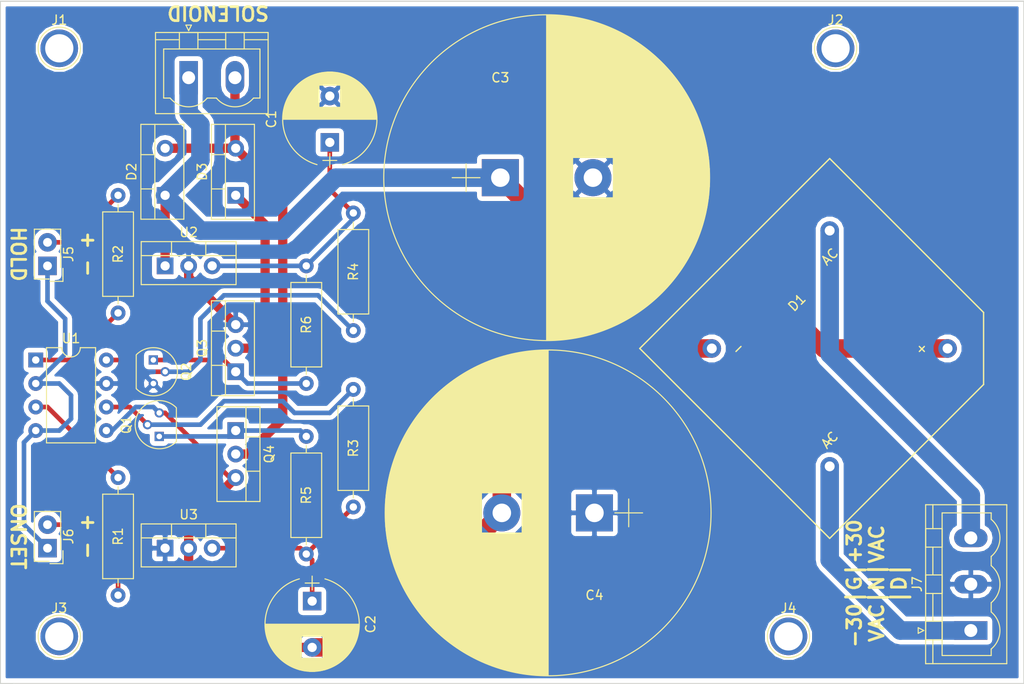
<source format=kicad_pcb>
(kicad_pcb (version 20171130) (host pcbnew 5.1.7-1.fc32)
  (layers (0 F.Cu signal) (31 B.Cu signal) (34 B.Paste user hide) (35 F.Paste user hide) (36 B.SilkS user) (37 F.SilkS user) (38 B.Mask user hide) (39 F.Mask user hide) (44 Edge.Cuts user))
  (net 0 "")
  (net 1 "Net-(C1-Pad1)")
  (net 2 GND)
  (net 3 "Net-(C2-Pad1)")
  (net 4 "Net-(C2-Pad2)")
  (net 5 "Net-(C3-Pad1)")
  (net 6 30VAC+)
  (net 7 30VAC-)
  (net 8 "Net-(D2-Pad2)")
  (net 9 "Net-(D3-Pad1)")
  (net 10 "Net-(J1-Pad1)")
  (net 11 "Net-(J2-Pad1)")
  (net 12 "Net-(J3-Pad1)")
  (net 13 "Net-(J4-Pad1)")
  (net 14 "Net-(Q1-Pad2)")
  (net 15 "Net-(Q1-Pad1)")
  (net 16 "Net-(Q2-Pad2)")
  (net 17 "Net-(Q2-Pad1)")
  (net 18 "Net-(R1-Pad1)")
  (net 19 Onset)
  (net 20 "Net-(R2-Pad1)")
  (net 21 Hold)
  (net 22 dGND)
  (module TO_SOT_Packages_THT:TO-220-2_Vertical (layer F.Cu) (at 161.29 84.455 90)
    (fp_text reference D3 (at 2.54 -3.62 90) (layer F.SilkS))
    (fp_text value STTH30R061PI)
    (pad 1 thru_hole rect (at 0 0 90) (size 1.8 1.8) (drill 1) (layers *.Cu *.Mask) (net 9 "Net-(D3-Pad1)"))
    (pad 2 thru_hole oval (at 5.08 0 90) (size 1.8 1.8) (drill 1) (layers *.Cu *.Mask) (net 8 "Net-(D2-Pad2)"))
  )
  (module GBPC-W:GBPC-W (layer F.Cu) (at 225.425 88.265 225)
    (fp_text reference D1 (at 8 -3 225) (layer F.SilkS))
    (fp_text value D_Bridge_+-AA)
    (fp_text user - (at 16 -2 225) (layer F.SilkS))
    (fp_text user AC (at 2 -2 225) (layer F.SilkS))
    (fp_text user AC (at 16 -16 225) (layer F.SilkS))
    (fp_text user ~ (at 16 -16 225) (layer F.SilkS))
    (fp_text user ~ (at 16 -16 225) (layer F.SilkS))
    (fp_text user + (at 2 -16 225) (layer F.SilkS))
    (pad 3 thru_hole circle (at 0 0 225) (size 2 2) (drill 1.07) (layers *.Cu *.Mask) (net 6 30VAC+))
    (pad 4 thru_hole circle (at 18 -18 225) (size 2 2) (drill 1.07) (layers *.Cu *.Mask) (net 7 30VAC-))
    (pad 2 thru_hole circle (at 18 0 225) (size 2 2) (drill 1.07) (layers *.Cu *.Mask) (net 4 "Net-(C2-Pad2)"))
    (pad 1 thru_hole circle (at 0 -18 225) (size 2 2) (drill 1.07) (layers *.Cu *.Mask) (net 5 "Net-(C3-Pad1)"))
  )
  (module Capacitors_THT:CP_Radial_D10.0mm_P5.00mm (layer F.Cu) (at 171.45 78.74 90)
    (fp_text reference C1 (at 2.5 -6.31 90) (layer F.SilkS))
    (fp_text value 1µF)
    (pad 1 thru_hole rect (at 0 0 90) (size 2 2) (drill 1) (layers *.Cu *.Mask) (net 1 "Net-(C1-Pad1)"))
    (pad 2 thru_hole circle (at 5 0 90) (size 2 2) (drill 1) (layers *.Cu *.Mask) (net 2 GND))
  )
  (module Capacitors_THT:CP_Radial_D10.0mm_P5.00mm (layer F.Cu) (at 169.545 128.27 270)
    (fp_text reference C2 (at 2.5 -6.31 270) (layer F.SilkS))
    (fp_text value 1µF)
    (pad 1 thru_hole rect (at 0 0 270) (size 2 2) (drill 1) (layers *.Cu *.Mask) (net 3 "Net-(C2-Pad1)"))
    (pad 2 thru_hole circle (at 5 0 270) (size 2 2) (drill 1) (layers *.Cu *.Mask) (net 4 "Net-(C2-Pad2)"))
  )
  (module Capacitors_THT:CP_Radial_D35.0mm_P10.00mm_SnapIn (layer F.Cu) (at 189.865 82.55)
    (fp_text reference C3 (at 0 -10.795) (layer F.SilkS))
    (fp_text value 4700µF)
    (pad 1 thru_hole rect (at 0 0) (size 4 4) (drill 2) (layers *.Cu *.Mask) (net 5 "Net-(C3-Pad1)"))
    (pad 2 thru_hole circle (at 10 0) (size 4 4) (drill 2) (layers *.Cu *.Mask) (net 2 GND))
  )
  (module Capacitors_THT:CP_Radial_D35.0mm_P10.00mm_SnapIn (layer F.Cu) (at 200.025 118.745 180)
    (fp_text reference C4 (at 0 -8.89 180) (layer F.SilkS))
    (fp_text value 4700µF)
    (pad 1 thru_hole rect (at 0 0 180) (size 4 4) (drill 2) (layers *.Cu *.Mask) (net 2 GND))
    (pad 2 thru_hole circle (at 10 0 180) (size 4 4) (drill 2) (layers *.Cu *.Mask) (net 4 "Net-(C2-Pad2)"))
  )
  (module TO_SOT_Packages_THT:TO-220-2_Vertical (layer F.Cu) (at 153.67 84.455 90)
    (fp_text reference D2 (at 2.54 -3.62 90) (layer F.SilkS))
    (fp_text value STTH30R061PI)
    (pad 1 thru_hole rect (at 0 0 90) (size 1.8 1.8) (drill 1) (layers *.Cu *.Mask) (net 5 "Net-(C3-Pad1)"))
    (pad 2 thru_hole oval (at 5.08 0 90) (size 1.8 1.8) (drill 1) (layers *.Cu *.Mask) (net 8 "Net-(D2-Pad2)"))
  )
  (module Connectors:1pin (layer F.Cu) (at 142.24 68.58)
    (fp_text reference J1 (at 0 -3.048) (layer F.SilkS))
    (fp_text value CONN_01X01)
    (pad 1 thru_hole circle (at 0 0) (size 4.064 4.064) (drill 3.048) (layers *.Cu *.Mask) (net 10 "Net-(J1-Pad1)"))
  )
  (module Connectors:1pin (layer F.Cu) (at 226.06 68.58)
    (fp_text reference J2 (at 0 -3.048) (layer F.SilkS))
    (fp_text value CONN_01X01)
    (pad 1 thru_hole circle (at 0 0) (size 4.064 4.064) (drill 3.048) (layers *.Cu *.Mask) (net 11 "Net-(J2-Pad1)"))
  )
  (module Connectors:1pin (layer F.Cu) (at 142.24 132.08)
    (fp_text reference J3 (at 0 -3.048) (layer F.SilkS))
    (fp_text value CONN_01X01)
    (pad 1 thru_hole circle (at 0 0) (size 4.064 4.064) (drill 3.048) (layers *.Cu *.Mask) (net 12 "Net-(J3-Pad1)"))
  )
  (module Connectors:1pin (layer F.Cu) (at 220.98 132.08)
    (fp_text reference J4 (at 0 -3.048) (layer F.SilkS))
    (fp_text value CONN_01X01)
    (pad 1 thru_hole circle (at 0 0) (size 4.064 4.064) (drill 3.048) (layers *.Cu *.Mask) (net 13 "Net-(J4-Pad1)"))
  )
  (module TO_SOT_Packages_THT:TO-92_Molded_Narrow (layer F.Cu) (at 153.035 110.49 90)
    (fp_text reference Q1 (at 1.27 -3.56 90) (layer F.SilkS))
    (fp_text value BS170)
    (pad 2 thru_hole circle (at 1.27 -1.27 180) (size 1 1) (drill 0.6) (layers *.Cu *.Mask) (net 14 "Net-(Q1-Pad2)"))
    (pad 3 thru_hole circle (at 2.54 0 180) (size 1 1) (drill 0.6) (layers *.Cu *.Mask) (net 4 "Net-(C2-Pad2)"))
    (pad 1 thru_hole rect (at 0 0 180) (size 1 1) (drill 0.6) (layers *.Cu *.Mask) (net 15 "Net-(Q1-Pad1)"))
  )
  (module TO_SOT_Packages_THT:TO-92_Molded_Narrow (layer F.Cu) (at 152.4 102.235 270)
    (fp_text reference Q2 (at 1.27 -3.56 270) (layer F.SilkS))
    (fp_text value BS170)
    (pad 2 thru_hole circle (at 1.27 -1.27) (size 1 1) (drill 0.6) (layers *.Cu *.Mask) (net 16 "Net-(Q2-Pad2)"))
    (pad 3 thru_hole circle (at 2.54 0) (size 1 1) (drill 0.6) (layers *.Cu *.Mask) (net 2 GND))
    (pad 1 thru_hole rect (at 0 0) (size 1 1) (drill 0.6) (layers *.Cu *.Mask) (net 17 "Net-(Q2-Pad1)"))
  )
  (module Resistors_THT:R_Axial_DIN0309_L9.0mm_D3.2mm_P12.70mm_Horizontal (layer F.Cu) (at 148.59 114.935 270)
    (fp_text reference R1 (at 6.35 0 270) (layer F.SilkS))
    (fp_text value 180Ω)
    (pad 1 thru_hole circle (at 0 0 270) (size 1.6 1.6) (drill 0.8) (layers *.Cu *.Mask) (net 18 "Net-(R1-Pad1)"))
    (pad 2 thru_hole oval (at 12.7 0 270) (size 1.6 1.6) (drill 0.8) (layers *.Cu *.Mask) (net 19 Onset))
  )
  (module Resistors_THT:R_Axial_DIN0309_L9.0mm_D3.2mm_P12.70mm_Horizontal (layer F.Cu) (at 148.59 97.155 90)
    (fp_text reference R2 (at 6.35 0 90) (layer F.SilkS))
    (fp_text value 180Ω)
    (pad 1 thru_hole circle (at 0 0 90) (size 1.6 1.6) (drill 0.8) (layers *.Cu *.Mask) (net 20 "Net-(R2-Pad1)"))
    (pad 2 thru_hole oval (at 12.7 0 90) (size 1.6 1.6) (drill 0.8) (layers *.Cu *.Mask) (net 21 Hold))
  )
  (module Resistors_THT:R_Axial_DIN0309_L9.0mm_D3.2mm_P12.70mm_Horizontal (layer F.Cu) (at 173.99 105.41 270)
    (fp_text reference R3 (at 6.35 0 270) (layer F.SilkS))
    (fp_text value 180Ω)
    (pad 1 thru_hole circle (at 0 0 270) (size 1.6 1.6) (drill 0.8) (layers *.Cu *.Mask) (net 14 "Net-(Q1-Pad2)"))
    (pad 2 thru_hole oval (at 12.7 0 270) (size 1.6 1.6) (drill 0.8) (layers *.Cu *.Mask) (net 3 "Net-(C2-Pad1)"))
  )
  (module Resistors_THT:R_Axial_DIN0309_L9.0mm_D3.2mm_P12.70mm_Horizontal (layer F.Cu) (at 173.99 99.06 90)
    (fp_text reference R4 (at 6.35 0 90) (layer F.SilkS))
    (fp_text value 180Ω)
    (pad 1 thru_hole circle (at 0 0 90) (size 1.6 1.6) (drill 0.8) (layers *.Cu *.Mask) (net 16 "Net-(Q2-Pad2)"))
    (pad 2 thru_hole oval (at 12.7 0 90) (size 1.6 1.6) (drill 0.8) (layers *.Cu *.Mask) (net 1 "Net-(C1-Pad1)"))
  )
  (module Resistors_THT:R_Axial_DIN0309_L9.0mm_D3.2mm_P12.70mm_Horizontal (layer F.Cu) (at 168.91 110.49 270)
    (fp_text reference R5 (at 6.35 0 270) (layer F.SilkS))
    (fp_text value 470Ω)
    (pad 1 thru_hole circle (at 0 0 270) (size 1.6 1.6) (drill 0.8) (layers *.Cu *.Mask) (net 15 "Net-(Q1-Pad1)"))
    (pad 2 thru_hole oval (at 12.7 0 270) (size 1.6 1.6) (drill 0.8) (layers *.Cu *.Mask) (net 3 "Net-(C2-Pad1)"))
  )
  (module Resistors_THT:R_Axial_DIN0309_L9.0mm_D3.2mm_P12.70mm_Horizontal (layer F.Cu) (at 168.91 104.775 90)
    (fp_text reference R6 (at 6.35 0 90) (layer F.SilkS))
    (fp_text value 470Ω)
    (pad 1 thru_hole circle (at 0 0 90) (size 1.6 1.6) (drill 0.8) (layers *.Cu *.Mask) (net 17 "Net-(Q2-Pad1)"))
    (pad 2 thru_hole oval (at 12.7 0 90) (size 1.6 1.6) (drill 0.8) (layers *.Cu *.Mask) (net 1 "Net-(C1-Pad1)"))
  )
  (module Housings_DIP:DIP-8_W7.62mm (layer F.Cu) (at 139.7 102.235)
    (fp_text reference U1 (at 3.81 -2.33) (layer F.SilkS))
    (fp_text value TLP523-2)
    (pad 1 thru_hole rect (at 0 0) (size 1.6 1.6) (drill 0.8) (layers *.Cu *.Mask) (net 20 "Net-(R2-Pad1)"))
    (pad 5 thru_hole oval (at 7.62 7.62) (size 1.6 1.6) (drill 0.8) (layers *.Cu *.Mask) (net 4 "Net-(C2-Pad2)"))
    (pad 2 thru_hole oval (at 0 2.54) (size 1.6 1.6) (drill 0.8) (layers *.Cu *.Mask) (net 22 dGND))
    (pad 6 thru_hole oval (at 7.62 5.08) (size 1.6 1.6) (drill 0.8) (layers *.Cu *.Mask) (net 14 "Net-(Q1-Pad2)"))
    (pad 3 thru_hole oval (at 0 5.08) (size 1.6 1.6) (drill 0.8) (layers *.Cu *.Mask) (net 18 "Net-(R1-Pad1)"))
    (pad 7 thru_hole oval (at 7.62 2.54) (size 1.6 1.6) (drill 0.8) (layers *.Cu *.Mask) (net 2 GND))
    (pad 4 thru_hole oval (at 0 7.62) (size 1.6 1.6) (drill 0.8) (layers *.Cu *.Mask) (net 22 dGND))
    (pad 8 thru_hole oval (at 7.62 0) (size 1.6 1.6) (drill 0.8) (layers *.Cu *.Mask) (net 16 "Net-(Q2-Pad2)"))
  )
  (module TO_SOT_Packages_THT:TO-220-3_Vertical (layer F.Cu) (at 153.67 92.075)
    (fp_text reference U2 (at 2.54 -3.62) (layer F.SilkS))
    (fp_text value LM7810ACT)
    (pad 1 thru_hole rect (at 0 0) (size 1.8 1.8) (drill 1) (layers *.Cu *.Mask) (net 5 "Net-(C3-Pad1)"))
    (pad 2 thru_hole oval (at 2.54 0) (size 1.8 1.8) (drill 1) (layers *.Cu *.Mask) (net 2 GND))
    (pad 3 thru_hole oval (at 5.08 0) (size 1.8 1.8) (drill 1) (layers *.Cu *.Mask) (net 1 "Net-(C1-Pad1)"))
  )
  (module TO_SOT_Packages_THT:TO-220-3_Vertical (layer F.Cu) (at 153.67 122.555)
    (fp_text reference U3 (at 2.54 -3.62) (layer F.SilkS))
    (fp_text value LM7810ACT)
    (pad 1 thru_hole rect (at 0 0) (size 1.8 1.8) (drill 1) (layers *.Cu *.Mask) (net 2 GND))
    (pad 2 thru_hole oval (at 2.54 0) (size 1.8 1.8) (drill 1) (layers *.Cu *.Mask) (net 4 "Net-(C2-Pad2)"))
    (pad 3 thru_hole oval (at 5.08 0) (size 1.8 1.8) (drill 1) (layers *.Cu *.Mask) (net 3 "Net-(C2-Pad1)"))
  )
  (module TO_SOT_Packages_THT:TO-220-3_Vertical (layer F.Cu) (at 161.29 103.505 90)
    (fp_text reference Q3 (at 2.54 -3.62 90) (layer F.SilkS))
    (fp_text value IRF1310NPBF)
    (pad 1 thru_hole rect (at 0 0 90) (size 1.8 1.8) (drill 1) (layers *.Cu *.Mask) (net 17 "Net-(Q2-Pad1)"))
    (pad 2 thru_hole oval (at 2.54 0 90) (size 1.8 1.8) (drill 1) (layers *.Cu *.Mask) (net 9 "Net-(D3-Pad1)"))
    (pad 3 thru_hole oval (at 5.08 0 90) (size 1.8 1.8) (drill 1) (layers *.Cu *.Mask) (net 2 GND))
  )
  (module TO_SOT_Packages_THT:TO-220-3_Vertical (layer F.Cu) (at 161.29 109.855 270)
    (fp_text reference Q4 (at 2.54 -3.62 270) (layer F.SilkS))
    (fp_text value IRF1310NPBF)
    (pad 1 thru_hole rect (at 0 0 270) (size 1.8 1.8) (drill 1) (layers *.Cu *.Mask) (net 15 "Net-(Q1-Pad1)"))
    (pad 2 thru_hole oval (at 2.54 0 270) (size 1.8 1.8) (drill 1) (layers *.Cu *.Mask) (net 8 "Net-(D2-Pad2)"))
    (pad 3 thru_hole oval (at 5.08 0 270) (size 1.8 1.8) (drill 1) (layers *.Cu *.Mask) (net 4 "Net-(C2-Pad2)"))
  )
  (module Connectors_Samtec:SL-102-X-XX_1x02 (layer F.Cu) (at 140.97 92.075 180)
    (fp_text reference J5 (at -2.27 1.27 270) (layer F.SilkS))
    (fp_text value HOLD)
    (pad 1 thru_hole rect (at 0 0 180) (size 2 2) (drill 0.95) (layers *.Cu *.Mask) (net 22 dGND))
    (pad 2 thru_hole circle (at 0 2.54 180) (size 2 2) (drill 0.95) (layers *.Cu *.Mask) (net 21 Hold))
  )
  (module Connectors_Samtec:SL-102-X-XX_1x02 (layer F.Cu) (at 140.97 122.555 180)
    (fp_text reference J6 (at -2.27 1.27 270) (layer F.SilkS))
    (fp_text value ONSET)
    (pad 1 thru_hole rect (at 0 0 180) (size 2 2) (drill 0.95) (layers *.Cu *.Mask) (net 22 dGND))
    (pad 2 thru_hole circle (at 0 2.54 180) (size 2 2) (drill 0.95) (layers *.Cu *.Mask) (net 19 Onset))
  )
  (module Connectors_Phoenix:PhoenixContact_MSTBVA-G_03x5.00mm_Vertical (layer F.Cu) (at 240.665 131.445 90)
    (fp_text reference J7 (at 5 -5.8 90) (layer F.SilkS))
    (fp_text value "-30, G, 30")
    (pad 1 thru_hole rect (at 0 0 90) (size 2 3.6) (drill 1.4) (layers *.Cu *.Mask) (net 7 30VAC-))
    (pad 2 thru_hole oval (at 5 0 90) (size 2 3.6) (drill 1.4) (layers *.Cu *.Mask) (net 2 GND))
    (pad 3 thru_hole oval (at 10 0 90) (size 2 3.6) (drill 1.4) (layers *.Cu *.Mask) (net 6 30VAC+))
  )
  (module Connectors_Phoenix:PhoenixContact_MSTBVA-G_02x5.00mm_Vertical (layer F.Cu) (at 156.21 71.755)
    (fp_text reference Solenoid1 hide)
    (fp_text value 20Ω)
    (pad 1 thru_hole rect (at 0 0) (size 2 3.6) (drill 1.4) (layers *.Cu *.Mask) (net 5 "Net-(C3-Pad1)"))
    (pad 2 thru_hole oval (at 5 0) (size 2 3.6) (drill 1.4) (layers *.Cu *.Mask) (net 8 "Net-(D2-Pad2)"))
  )
  (gr_line (start 135.89 137.16) (end 137.16 137.16) (angle 90) (layer Edge.Cuts) (width 0.1))
  (gr_line (start 135.89 63.5) (end 135.89 137.16) (angle 90) (layer Edge.Cuts) (width 0.1))
  (gr_line (start 246.38 137.16) (end 137.16 137.16) (angle 90) (layer Edge.Cuts) (width 0.1))
  (gr_line (start 246.38 63.5) (end 246.38 137.16) (angle 90) (layer Edge.Cuts) (width 0.1))
  (gr_line (start 135.89 63.5) (end 246.38 63.5) (angle 90) (layer Edge.Cuts) (width 0.1))
  (gr_line (start 135.89 63.5) (end 246.38 63.5) (angle 90) (layer Edge.Cuts) (width 0.1))
  (gr_text "+ -" (at 145.415 121.285 270) (layer F.SilkS) (effects (font (size 1.5 1.5) (thickness 0.3))))
  (gr_text "+ -" (at 145.415 90.805 270) (layer F.SilkS) (effects (font (size 1.5 1.5) (thickness 0.3))))
  (gr_text "-30|G|+30\nVAC|N|VAC\n|D|" (at 230.505 126.365 90) (layer F.SilkS) (effects (font (size 1.5 1.5) (thickness 0.3))))
  (gr_text SOLENOID (at 159.385 64.77 180) (layer F.SilkS) (effects (font (size 1.5 1.5) (thickness 0.3))))
  (gr_text ONSET (at 137.795 121.285 270) (layer F.SilkS) (effects (font (size 1.5 1.5) (thickness 0.3))))
  (gr_text HOLD (at 137.795 90.805 270) (layer F.SilkS) (effects (font (size 1.5 1.5) (thickness 0.3))))
  (segment (start 171.45 83.82) (end 173.99 86.36) (width 0.5) (layer F.Cu) (net 1))
  (segment (start 171.45 78.74) (end 171.45 83.82) (width 0.5) (layer F.Cu) (net 1))
  (segment (start 158.75 92.075) (end 168.91 92.075) (width 0.5) (layer B.Cu) (net 1))
  (segment (start 168.91 92.075) (end 173.99 86.995) (width 0.5) (layer B.Cu) (net 1))
  (segment (start 173.99 86.995) (end 173.99 86.36) (width 0.5) (layer B.Cu) (net 1))
  (segment (start 156.21 92.075) (end 156.21 93.345) (width 1) (layer F.Cu) (net 2))
  (segment (start 156.21 93.345) (end 161.29 98.425) (width 1) (layer F.Cu) (net 2))
  (segment (start 168.91 123.19) (end 169.545 123.825) (width 0.5) (layer F.Cu) (net 3))
  (segment (start 169.545 123.825) (end 169.545 128.27) (width 0.5) (layer F.Cu) (net 3))
  (segment (start 168.91 123.19) (end 168.275 122.555) (width 0.5) (layer F.Cu) (net 3))
  (segment (start 168.275 122.555) (end 158.75 122.555) (width 0.5) (layer F.Cu) (net 3))
  (segment (start 168.91 123.19) (end 173.99 118.11) (width 0.5) (layer F.Cu) (net 3))
  (segment (start 169.545 133.27) (end 161.21 133.27) (width 1) (layer F.Cu) (net 4))
  (segment (start 161.21 133.27) (end 156.21 128.27) (width 1) (layer F.Cu) (net 4))
  (segment (start 156.21 128.27) (end 156.21 122.555) (width 1) (layer F.Cu) (net 4))
  (segment (start 175.5 133.27) (end 190.025 118.745) (width 2) (layer F.Cu) (net 4))
  (segment (start 169.545 133.27) (end 175.5 133.27) (width 2) (layer F.Cu) (net 4))
  (segment (start 196.822078 100.992922) (end 212.697078 100.992922) (width 2) (layer F.Cu) (net 4))
  (segment (start 190.025 107.79) (end 196.822078 100.992922) (width 2) (layer F.Cu) (net 4))
  (segment (start 190.025 118.745) (end 190.025 107.79) (width 2) (layer F.Cu) (net 4))
  (segment (start 156.21 122.555) (end 156.21 120.015) (width 1) (layer F.Cu) (net 4))
  (segment (start 156.21 120.015) (end 161.29 114.935) (width 1) (layer F.Cu) (net 4))
  (segment (start 147.32 109.855) (end 147.955 109.855) (width 0.5) (layer B.Cu) (net 4))
  (segment (start 147.955 109.855) (end 150.495 107.315) (width 0.5) (layer B.Cu) (net 4))
  (segment (start 150.495 107.315) (end 152.4 107.315) (width 0.5) (layer B.Cu) (net 4))
  (segment (start 152.4 107.315) (end 153.035 107.95) (width 0.5) (layer B.Cu) (net 4))
  (segment (start 161.29 114.935) (end 160.655 114.935) (width 0.5) (layer F.Cu) (net 4))
  (segment (start 160.655 114.935) (end 153.67 107.95) (width 0.5) (layer F.Cu) (net 4))
  (segment (start 153.67 107.95) (end 153.035 107.95) (width 0.5) (layer F.Cu) (net 4))
  (segment (start 190.025 118.745) (end 189.865 118.745) (width 1) (layer F.Cu) (net 4))
  (segment (start 153.67 84.455) (end 157.48 80.645) (width 2) (layer B.Cu) (net 5))
  (segment (start 156.21 75.565) (end 156.21 71.755) (width 2) (layer B.Cu) (net 5))
  (segment (start 157.48 76.835) (end 156.21 75.565) (width 2) (layer B.Cu) (net 5))
  (segment (start 157.48 80.645) (end 157.48 76.835) (width 2) (layer B.Cu) (net 5))
  (segment (start 189.865 82.55) (end 172.085 82.55) (width 2) (layer B.Cu) (net 5))
  (segment (start 157.48 88.265) (end 153.67 84.455) (width 2) (layer B.Cu) (net 5))
  (segment (start 166.37 88.265) (end 157.48 88.265) (width 2) (layer B.Cu) (net 5))
  (segment (start 172.085 82.55) (end 166.37 88.265) (width 2) (layer B.Cu) (net 5))
  (segment (start 224.817922 100.992922) (end 238.152922 100.992922) (width 2) (layer F.Cu) (net 5))
  (segment (start 213.995 90.17) (end 224.817922 100.992922) (width 2) (layer F.Cu) (net 5))
  (segment (start 197.485 90.17) (end 213.995 90.17) (width 2) (layer F.Cu) (net 5))
  (segment (start 189.865 82.55) (end 197.485 90.17) (width 2) (layer F.Cu) (net 5))
  (segment (start 153.67 84.455) (end 153.67 92.075) (width 1) (layer F.Cu) (net 5))
  (segment (start 153.67 84.455) (end 154.305 84.455) (width 0.5) (layer B.Cu) (net 5))
  (segment (start 240.665 116.84) (end 240.665 121.445) (width 2) (layer B.Cu) (net 6))
  (segment (start 225.425 101.6) (end 240.665 116.84) (width 2) (layer B.Cu) (net 6))
  (segment (start 225.425 88.265) (end 225.425 101.6) (width 2) (layer B.Cu) (net 6))
  (segment (start 225.425 123.825) (end 225.425 113.720844) (width 2) (layer B.Cu) (net 7))
  (segment (start 233.045 131.445) (end 225.425 123.825) (width 2) (layer B.Cu) (net 7))
  (segment (start 240.665 131.445) (end 233.045 131.445) (width 2) (layer B.Cu) (net 7))
  (segment (start 161.29 79.375) (end 153.67 79.375) (width 1) (layer F.Cu) (net 8))
  (segment (start 161.21 71.755) (end 161.21 79.295) (width 1) (layer F.Cu) (net 8))
  (segment (start 161.21 79.295) (end 161.29 79.375) (width 1) (layer F.Cu) (net 8))
  (segment (start 161.21 79.295) (end 161.29 79.375) (width 1) (layer F.Cu) (net 8))
  (segment (start 161.29 112.395) (end 162.56 112.395) (width 1) (layer F.Cu) (net 8))
  (segment (start 166.37 84.455) (end 161.29 79.375) (width 1) (layer F.Cu) (net 8))
  (segment (start 166.37 108.585) (end 166.37 84.455) (width 1) (layer F.Cu) (net 8))
  (segment (start 162.56 112.395) (end 166.37 108.585) (width 1) (layer F.Cu) (net 8))
  (segment (start 161.29 100.965) (end 163.195 100.965) (width 1) (layer F.Cu) (net 9))
  (segment (start 164.465 87.63) (end 161.29 84.455) (width 1) (layer F.Cu) (net 9))
  (segment (start 164.465 99.695) (end 164.465 87.63) (width 1) (layer F.Cu) (net 9))
  (segment (start 163.195 100.965) (end 164.465 99.695) (width 1) (layer F.Cu) (net 9))
  (segment (start 151.765 109.22) (end 157.48 109.22) (width 0.5) (layer B.Cu) (net 14))
  (segment (start 157.48 109.22) (end 160.02 106.68) (width 0.5) (layer B.Cu) (net 14))
  (segment (start 160.02 106.68) (end 166.37 106.68) (width 0.5) (layer B.Cu) (net 14))
  (segment (start 166.37 106.68) (end 167.64 107.95) (width 0.5) (layer B.Cu) (net 14))
  (segment (start 167.64 107.95) (end 171.45 107.95) (width 0.5) (layer B.Cu) (net 14))
  (segment (start 171.45 107.95) (end 173.99 105.41) (width 0.5) (layer B.Cu) (net 14))
  (segment (start 147.32 107.315) (end 149.86 107.315) (width 0.5) (layer F.Cu) (net 14))
  (segment (start 149.86 107.315) (end 151.765 109.22) (width 0.5) (layer F.Cu) (net 14))
  (segment (start 161.29 109.855) (end 168.275 109.855) (width 0.5) (layer B.Cu) (net 15))
  (segment (start 168.275 109.855) (end 168.91 110.49) (width 0.5) (layer B.Cu) (net 15))
  (segment (start 153.035 110.49) (end 160.655 110.49) (width 0.5) (layer B.Cu) (net 15))
  (segment (start 160.655 110.49) (end 161.29 109.855) (width 0.5) (layer B.Cu) (net 15))
  (segment (start 147.32 102.235) (end 149.225 102.235) (width 0.5) (layer F.Cu) (net 16))
  (segment (start 150.495 103.505) (end 153.67 103.505) (width 0.5) (layer F.Cu) (net 16))
  (segment (start 149.225 102.235) (end 150.495 103.505) (width 0.5) (layer F.Cu) (net 16))
  (segment (start 153.67 103.505) (end 156.21 103.505) (width 0.5) (layer B.Cu) (net 16))
  (segment (start 170.18 95.25) (end 173.99 99.06) (width 0.5) (layer B.Cu) (net 16))
  (segment (start 160.02 95.25) (end 170.18 95.25) (width 0.5) (layer B.Cu) (net 16))
  (segment (start 157.48 97.79) (end 160.02 95.25) (width 0.5) (layer B.Cu) (net 16))
  (segment (start 157.48 102.235) (end 157.48 97.79) (width 0.5) (layer B.Cu) (net 16))
  (segment (start 156.21 103.505) (end 157.48 102.235) (width 0.5) (layer B.Cu) (net 16))
  (segment (start 152.4 102.235) (end 160.02 102.235) (width 0.5) (layer F.Cu) (net 17))
  (segment (start 160.02 102.235) (end 161.29 103.505) (width 0.5) (layer F.Cu) (net 17))
  (segment (start 168.91 104.775) (end 162.56 104.775) (width 0.5) (layer B.Cu) (net 17))
  (segment (start 162.56 104.775) (end 161.29 103.505) (width 0.5) (layer B.Cu) (net 17))
  (segment (start 139.7 107.315) (end 140.97 107.315) (width 0.5) (layer F.Cu) (net 18))
  (segment (start 140.97 107.315) (end 148.59 114.935) (width 0.5) (layer F.Cu) (net 18))
  (segment (start 141.605 120.015) (end 144.78 120.015) (width 0.5) (layer F.Cu) (net 19))
  (segment (start 148.59 123.825) (end 148.59 127.635) (width 0.5) (layer F.Cu) (net 19))
  (segment (start 144.78 120.015) (end 148.59 123.825) (width 0.5) (layer F.Cu) (net 19))
  (segment (start 139.7 102.235) (end 143.51 102.235) (width 0.5) (layer F.Cu) (net 20))
  (segment (start 143.51 102.235) (end 148.59 97.155) (width 0.5) (layer F.Cu) (net 20))
  (segment (start 140.97 89.535) (end 143.51 89.535) (width 0.5) (layer F.Cu) (net 21))
  (segment (start 143.51 89.535) (end 148.59 84.455) (width 0.5) (layer F.Cu) (net 21))
  (segment (start 139.7 109.855) (end 138.43 111.125) (width 0.5) (layer B.Cu) (net 22))
  (segment (start 138.43 111.125) (end 138.43 120.015) (width 0.5) (layer B.Cu) (net 22))
  (segment (start 138.43 120.015) (end 140.97 122.555) (width 0.5) (layer B.Cu) (net 22))
  (segment (start 142.24 109.855) (end 139.7 109.855) (width 0.5) (layer B.Cu) (net 22))
  (segment (start 143.51 108.585) (end 142.24 109.855) (width 0.5) (layer B.Cu) (net 22))
  (segment (start 143.51 106.045) (end 143.51 108.585) (width 0.5) (layer B.Cu) (net 22))
  (segment (start 142.24 104.775) (end 143.51 106.045) (width 0.5) (layer B.Cu) (net 22))
  (segment (start 139.7 104.775) (end 142.24 104.775) (width 0.5) (layer B.Cu) (net 22))
  (segment (start 139.7 104.775) (end 142.875 101.6) (width 0.5) (layer B.Cu) (net 22))
  (segment (start 140.97 95.885) (end 140.97 92.075) (width 0.5) (layer B.Cu) (net 22))
  (segment (start 142.875 97.79) (end 140.97 95.885) (width 0.5) (layer B.Cu) (net 22))
  (segment (start 142.875 101.6) (end 142.875 97.79) (width 0.5) (layer B.Cu) (net 22))
  (zone (net 2) (net_name GND) (layer B.Cu) (connect_pads (clearance 0.508)) (min_thickness 0.254) (fill yes (arc_segments 16) (thermal_gap 0.508) (thermal_bridge_width 0.508))
    (polygon (pts (xy 246.38 63.5) (xy 246.38 137.16) (xy 135.89 137.16) (xy 135.89 63.5)))
  )
)
</source>
